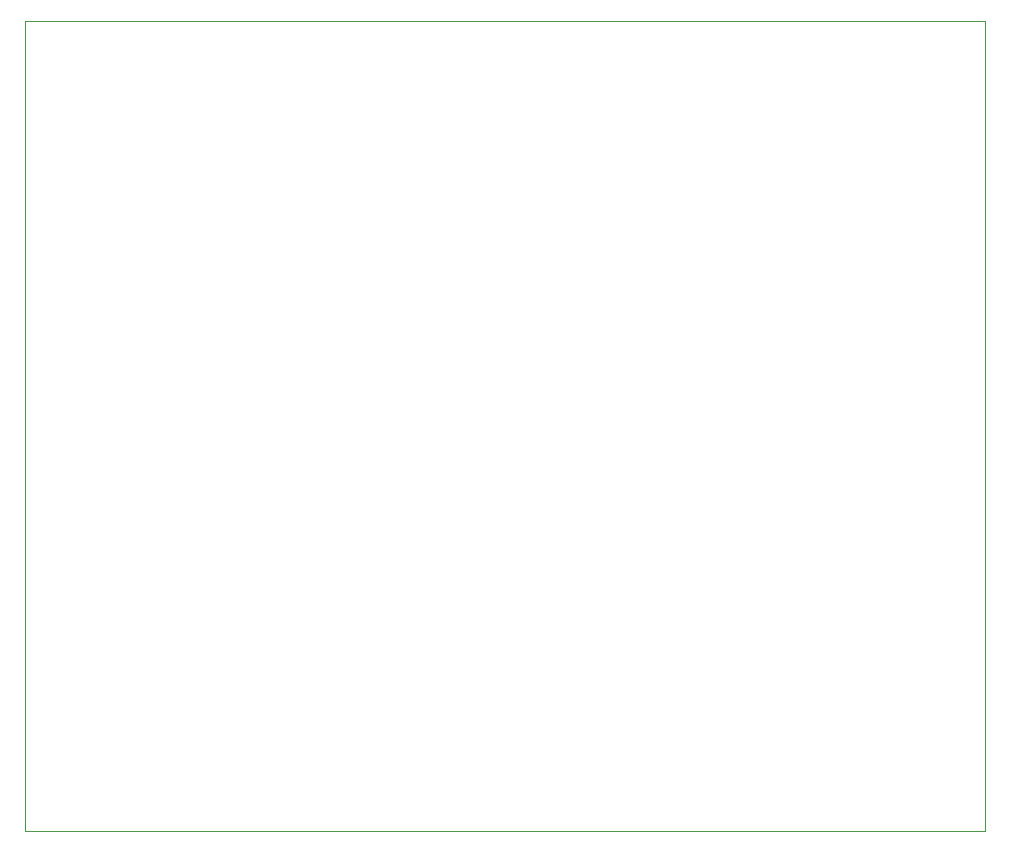
<source format=gbr>
%TF.GenerationSoftware,KiCad,Pcbnew,(5.1.8)-1*%
%TF.CreationDate,2021-01-16T10:33:32-08:00*%
%TF.ProjectId,spl_prototype,73706c5f-7072-46f7-946f-747970652e6b,rev?*%
%TF.SameCoordinates,Original*%
%TF.FileFunction,Profile,NP*%
%FSLAX46Y46*%
G04 Gerber Fmt 4.6, Leading zero omitted, Abs format (unit mm)*
G04 Created by KiCad (PCBNEW (5.1.8)-1) date 2021-01-16 10:33:32*
%MOMM*%
%LPD*%
G01*
G04 APERTURE LIST*
%TA.AperFunction,Profile*%
%ADD10C,0.100000*%
%TD*%
G04 APERTURE END LIST*
D10*
X167640000Y-20320000D02*
X167640000Y-88900000D01*
X86360000Y-20320000D02*
X167640000Y-20320000D01*
X86360000Y-88900000D02*
X86360000Y-20320000D01*
X167640000Y-88900000D02*
X86360000Y-88900000D01*
M02*

</source>
